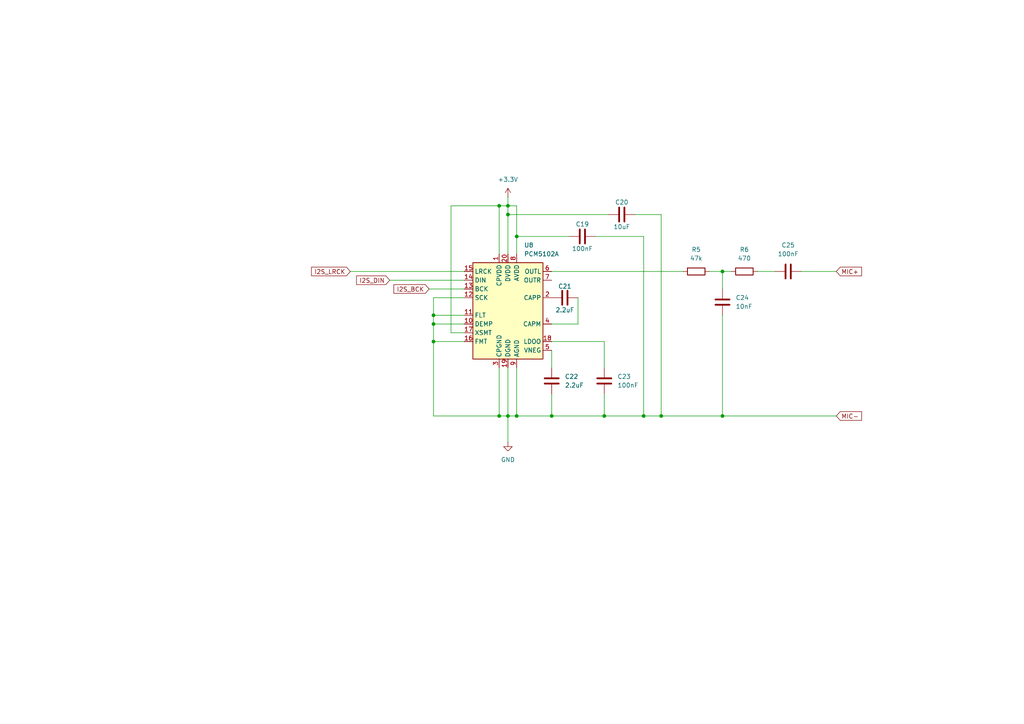
<source format=kicad_sch>
(kicad_sch (version 20250114) (generator "eeschema") (generator_version "9.0")
  (paper "A4")
  (title_block (title "Audio") (date "2026-02-08") (rev "0.1") (company "HRV DEFCON SSTV Badge"))
  (lib_symbols
    (symbol "Audio:PCM5102A"
      (property "Reference" "U" (at -10.16 13.97 0))
      (property "Value" "PCM5102A" (at 3.81 13.97 0))
      (symbol "PCM5102A_0_1"
        (rectangle (start -10.16 12.7) (end 10.16 -15.24) (stroke (width 0.254)) (fill (type background)))
      )
      (symbol "PCM5102A_1_1"
        (pin input line (at -12.7 10.16 0) (length 2.54) (name "LRCK") (number "15"))
        (pin input line (at -12.7 7.62 0) (length 2.54) (name "DIN") (number "14"))
        (pin input line (at -12.7 5.08 0) (length 2.54) (name "BCK") (number "13"))
        (pin input line (at -12.7 2.54 0) (length 2.54) (name "SCK") (number "12"))
        (pin input line (at -12.7 -2.54 0) (length 2.54) (name "FLT") (number "11"))
        (pin input line (at -12.7 -5.08 0) (length 2.54) (name "DEMP") (number "10"))
        (pin input line (at -12.7 -7.62 0) (length 2.54) (name "XSMT") (number "17"))
        (pin input line (at -12.7 -10.16 0) (length 2.54) (name "FMT") (number "16"))
        (pin passive line (at -2.54 15.24 270) (length 2.54) (name "CPVDD") (number "1"))
        (pin power_in line (at -2.54 -17.78 90) (length 2.54) (name "CPGND") (number "3"))
        (pin power_in line (at 0 15.24 270) (length 2.54) (name "DVDD") (number "20"))
        (pin power_in line (at 0 -17.78 90) (length 2.54) (name "DGND") (number "19"))
        (pin power_in line (at 2.54 15.24 270) (length 2.54) (name "AVDD") (number "8"))
        (pin power_in line (at 2.54 -17.78 90) (length 2.54) (name "AGND") (number "9"))
        (pin output line (at 12.7 10.16 180) (length 2.54) (name "OUTL") (number "6"))
        (pin output line (at 12.7 7.62 180) (length 2.54) (name "OUTR") (number "7"))
        (pin passive line (at 12.7 2.54 180) (length 2.54) (name "CAPP") (number "2"))
        (pin passive line (at 12.7 -5.08 180) (length 2.54) (name "CAPM") (number "4"))
        (pin passive line (at 12.7 -10.16 180) (length 2.54) (name "LDOO") (number "18"))
        (pin passive line (at 12.7 -12.7 180) (length 2.54) (name "VNEG") (number "5"))
      )
    )
    (symbol "Device:C" (pin_numbers (hide yes)) (pin_names (offset 0.254))
      (property "Reference" "C" (at 0.635 2.54 0))
      (property "Value" "C" (at 0.635 -2.54 0))
      (symbol "C_0_1"
        (polyline (pts (xy -2.032 0.762) (xy 2.032 0.762)) (stroke (width 0.508)))
        (polyline (pts (xy -2.032 -0.762) (xy 2.032 -0.762)) (stroke (width 0.508)))
      )
      (symbol "C_1_1"
        (pin passive line (at 0 3.81 270) (length 2.794) (name "~") (number "1"))
        (pin passive line (at 0 -3.81 90) (length 2.794) (name "~") (number "2"))
      )
    )
    (symbol "Device:R" (pin_numbers (hide yes)) (pin_names (offset 0))
      (property "Reference" "R" (at 2.032 0 90))
      (property "Value" "R" (at 0 0 90))
      (symbol "R_0_1"
        (rectangle (start -1.016 -2.54) (end 1.016 2.54) (stroke (width 0.254)))
      )
      (symbol "R_1_1"
        (pin passive line (at 0 3.81 270) (length 1.27) (name "~") (number "1"))
        (pin passive line (at 0 -3.81 90) (length 1.27) (name "~") (number "2"))
      )
    )
    (symbol "power:+3.3V" (power) (pin_numbers (hide yes)) (pin_names (offset 0) (hide yes))
      (property "Value" "+3.3V" (at 0 3.556 0))
      (symbol "+3.3V_0_1"
        (polyline (pts (xy -0.762 1.27) (xy 0 2.54)))
        (polyline (pts (xy 0 2.54) (xy 0.762 1.27)))
        (polyline (pts (xy 0 0) (xy 0 2.54)))
      )
      (symbol "+3.3V_1_1"
        (pin power_in line (at 0 0 90) (length 0) (name "~") (number "1"))
      )
    )
    (symbol "power:GND" (power) (pin_numbers (hide yes)) (pin_names (offset 0) (hide yes))
      (property "Value" "GND" (at 0 -3.81 0))
      (symbol "GND_0_1"
        (polyline (pts (xy 0 0) (xy 0 -1.27) (xy 1.27 -1.27) (xy 0 -2.54) (xy -1.27 -1.27) (xy 0 -1.27)))
      )
      (symbol "GND_1_1"
        (pin power_in line (at 0 0 270) (length 0) (name "~") (number "1"))
      )
    )
  )
  (junction (at 125.73 91.44))
  (junction (at 147.32 59.69))
  (junction (at 175.26 120.65))
  (junction (at 191.77 120.65))
  (junction (at 144.78 120.65))
  (junction (at 209.55 120.65))
  (junction (at 147.32 62.23))
  (junction (at 186.69 120.65))
  (junction (at 125.73 93.98))
  (junction (at 147.32 120.65))
  (junction (at 149.86 68.58))
  (junction (at 209.55 78.74))
  (junction (at 149.86 120.65))
  (junction (at 144.78 59.69))
  (junction (at 125.73 99.06))
  (junction (at 160.02 120.65))
  (wire (pts (xy 219.71 78.74) (xy 224.79 78.74)))
  (wire (pts (xy 186.69 68.58) (xy 186.69 120.65)))
  (wire (pts (xy 144.78 106.68) (xy 144.78 120.65)))
  (wire (pts (xy 134.62 96.52) (xy 130.81 96.52)))
  (wire (pts (xy 175.26 99.06) (xy 175.26 106.68)))
  (wire (pts (xy 125.73 91.44) (xy 125.73 93.98)))
  (wire (pts (xy 184.15 62.23) (xy 191.77 62.23)))
  (wire (pts (xy 167.64 93.98) (xy 167.64 86.36)))
  (wire (pts (xy 160.02 99.06) (xy 175.26 99.06)))
  (wire (pts (xy 209.55 120.65) (xy 242.57 120.65)))
  (wire (pts (xy 125.73 93.98) (xy 125.73 99.06)))
  (wire (pts (xy 125.73 120.65) (xy 144.78 120.65)))
  (wire (pts (xy 125.73 86.36) (xy 125.73 91.44)))
  (wire (pts (xy 134.62 86.36) (xy 125.73 86.36)))
  (wire (pts (xy 144.78 120.65) (xy 147.32 120.65)))
  (wire (pts (xy 232.41 78.74) (xy 242.57 78.74)))
  (wire (pts (xy 191.77 120.65) (xy 209.55 120.65)))
  (wire (pts (xy 160.02 114.3) (xy 160.02 120.65)))
  (wire (pts (xy 149.86 68.58) (xy 149.86 73.66)))
  (wire (pts (xy 209.55 78.74) (xy 212.09 78.74)))
  (wire (pts (xy 149.86 68.58) (xy 149.86 59.69)))
  (wire (pts (xy 149.86 106.68) (xy 149.86 120.65)))
  (wire (pts (xy 147.32 59.69) (xy 147.32 62.23)))
  (wire (pts (xy 160.02 93.98) (xy 167.64 93.98)))
  (wire (pts (xy 125.73 99.06) (xy 125.73 120.65)))
  (wire (pts (xy 160.02 120.65) (xy 149.86 120.65)))
  (wire (pts (xy 191.77 120.65) (xy 186.69 120.65)))
  (wire (pts (xy 160.02 101.6) (xy 160.02 106.68)))
  (wire (pts (xy 144.78 59.69) (xy 147.32 59.69)))
  (wire (pts (xy 130.81 96.52) (xy 130.81 59.69)))
  (wire (pts (xy 147.32 62.23) (xy 147.32 73.66)))
  (wire (pts (xy 191.77 62.23) (xy 191.77 120.65)))
  (wire (pts (xy 149.86 68.58) (xy 165.1 68.58)))
  (wire (pts (xy 124.46 83.82) (xy 134.62 83.82)))
  (wire (pts (xy 160.02 78.74) (xy 198.12 78.74)))
  (wire (pts (xy 209.55 78.74) (xy 209.55 83.82)))
  (wire (pts (xy 125.73 93.98) (xy 134.62 93.98)))
  (wire (pts (xy 147.32 128.27) (xy 147.32 120.65)))
  (wire (pts (xy 113.03 81.28) (xy 134.62 81.28)))
  (wire (pts (xy 144.78 73.66) (xy 144.78 59.69)))
  (wire (pts (xy 147.32 106.68) (xy 147.32 120.65)))
  (wire (pts (xy 147.32 57.15) (xy 147.32 59.69)))
  (wire (pts (xy 101.6 78.74) (xy 134.62 78.74)))
  (wire (pts (xy 175.26 114.3) (xy 175.26 120.65)))
  (wire (pts (xy 209.55 91.44) (xy 209.55 120.65)))
  (wire (pts (xy 175.26 120.65) (xy 160.02 120.65)))
  (wire (pts (xy 147.32 62.23) (xy 176.53 62.23)))
  (wire (pts (xy 149.86 120.65) (xy 147.32 120.65)))
  (wire (pts (xy 149.86 59.69) (xy 147.32 59.69)))
  (wire (pts (xy 130.81 59.69) (xy 144.78 59.69)))
  (wire (pts (xy 125.73 99.06) (xy 134.62 99.06)))
  (wire (pts (xy 172.72 68.58) (xy 186.69 68.58)))
  (wire (pts (xy 175.26 120.65) (xy 186.69 120.65)))
  (wire (pts (xy 125.73 91.44) (xy 134.62 91.44)))
  (wire (pts (xy 205.74 78.74) (xy 209.55 78.74)))
  (global_label "MIC-" (shape input) (at 242.57 120.65 0) (property "Intersheetrefs" "${INTERSHEET_REFS}" (effects (hide yes))))
  (global_label "MIC+" (shape input) (at 242.57 78.74 0) (property "Intersheetrefs" "${INTERSHEET_REFS}" (effects (hide yes))))
  (global_label "I2S_LRCK" (shape input) (at 101.6 78.74 180) (property "Intersheetrefs" "${INTERSHEET_REFS}" (effects (hide yes))))
  (global_label "I2S_BCK" (shape input) (at 124.46 83.82 180) (property "Intersheetrefs" "${INTERSHEET_REFS}" (effects (hide yes))))
  (global_label "I2S_DIN" (shape input) (at 113.03 81.28 180) (property "Intersheetrefs" "${INTERSHEET_REFS}" (effects (hide yes))))
  (symbol (lib_id "power:+3.3V") (at 147.32 57.15 0) (unit 1)
    (property "Reference" "#PWR05" (effects (hide yes)))
    (property "Value" "+3.3V" (at 147.32 52.07 0))
    (property "Description" "Power symbol creates a global label with name \"+3.3V\"" (effects (hide yes)))
  )
  (symbol (lib_id "power:GND") (at 147.32 128.27 0) (unit 1)
    (property "Reference" "#PWR06" (effects (hide yes)))
    (property "Value" "GND" (at 147.32 133.35 0))
    (property "Description" "Power symbol creates a global label with name \"GND\" , ground" (effects (hide yes)))
  )
  (symbol (lib_id "Device:C") (at 180.34 62.23 90) (unit 1)
    (property "Reference" "C20" (at 180.34 58.674 90))
    (property "Value" "10uF" (at 180.34 65.786 90))
    (property "Description" "Unpolarized capacitor" (effects (hide yes)))
  )
  (symbol (lib_id "Device:C") (at 228.6 78.74 90) (unit 1)
    (property "Reference" "C25" (at 228.6 71.12 90))
    (property "Value" "100nF" (at 228.6 73.66 90))
    (property "Description" "Unpolarized capacitor" (effects (hide yes)))
  )
  (symbol (lib_id "Device:R") (at 201.93 78.74 90) (unit 1)
    (property "Reference" "R5" (at 201.93 72.39 90))
    (property "Value" "47k" (at 201.93 74.93 90))
    (property "Description" "Resistor" (effects (hide yes)))
  )
  (symbol (lib_id "Device:C") (at 175.26 110.49 0) (unit 1)
    (property "Reference" "C23" (at 179.07 109.2199 0) (effects (justify left)))
    (property "Value" "100nF" (at 179.07 111.7599 0) (effects (justify left)))
    (property "Description" "Unpolarized capacitor" (effects (hide yes)))
  )
  (symbol (lib_id "Device:R") (at 215.9 78.74 90) (unit 1)
    (property "Reference" "R6" (at 215.9 72.39 90))
    (property "Value" "470" (at 215.9 74.93 90))
    (property "Description" "Resistor" (effects (hide yes)))
  )
  (symbol (lib_id "Device:C") (at 160.02 110.49 0) (unit 1)
    (property "Reference" "C22" (at 163.83 109.2199 0) (effects (justify left)))
    (property "Value" "2.2uF" (at 163.83 111.7599 0) (effects (justify left)))
    (property "Description" "Unpolarized capacitor" (effects (hide yes)))
  )
  (symbol (lib_id "Device:C") (at 168.91 68.58 90) (unit 1)
    (property "Reference" "C19" (at 168.91 65.024 90))
    (property "Value" "100nF" (at 168.91 72.136 90))
    (property "Description" "Unpolarized capacitor" (effects (hide yes)))
  )
  (symbol (lib_id "Device:C") (at 163.83 86.36 90) (unit 1)
    (property "Reference" "C21" (at 163.83 83.058 90))
    (property "Value" "2.2uF" (at 163.83 89.916 90))
    (property "Description" "Unpolarized capacitor" (effects (hide yes)))
  )
  (symbol (lib_id "Device:C") (at 209.55 87.63 0) (unit 1)
    (property "Reference" "C24" (at 213.36 86.3599 0) (effects (justify left)))
    (property "Value" "10nF" (at 213.36 88.8999 0) (effects (justify left)))
    (property "Description" "Unpolarized capacitor" (effects (hide yes)))
  )
  (symbol (lib_id "Audio:PCM5102A") (at 147.32 88.9 0) (unit 1)
    (property "Reference" "U8" (at 152.0033 71.12 0) (effects (justify left)))
    (property "Value" "PCM5102A" (at 152.0033 73.66 0) (effects (justify left)))
    (property "Footprint" "Package_SO:TSSOP-20_4.4x6.5mm_P0.65mm" (effects (hide yes)))
    (property "Datasheet" "https://www.ti.com/lit/ds/symlink/pcm5102a.pdf" (effects (hide yes)))
    (property "Description" "2.1 VRMS, 112dB Audio Stereo DAC with PLL and 32-bit, 384kHz PCM Interface, TSSOP-20" (effects (hide yes)))
  )
)
</source>
